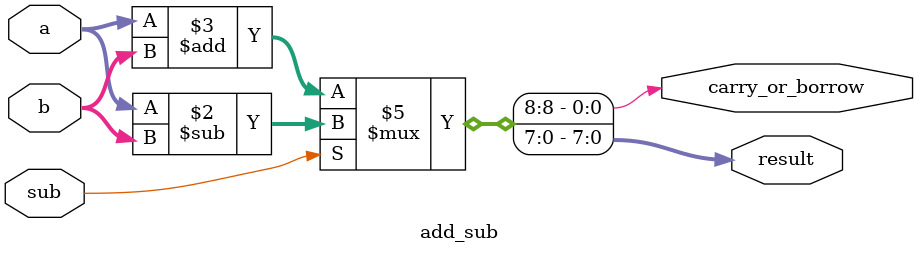
<source format=v>
module add_sub #(parameter WIDTH = 8)
(input [WIDTH -1:0] a ,
input [WIDTH -1:0] b ,
input sub ,
output reg [WIDTH -1:0] result ,
output reg carry_or_borrow);


always@(*)begin
    if(sub)begin
        {carry_or_borrow  , result} = a-b;
    end
    else begin
        {carry_or_borrow  , result} = a+b;
    end
end

endmodule
</source>
